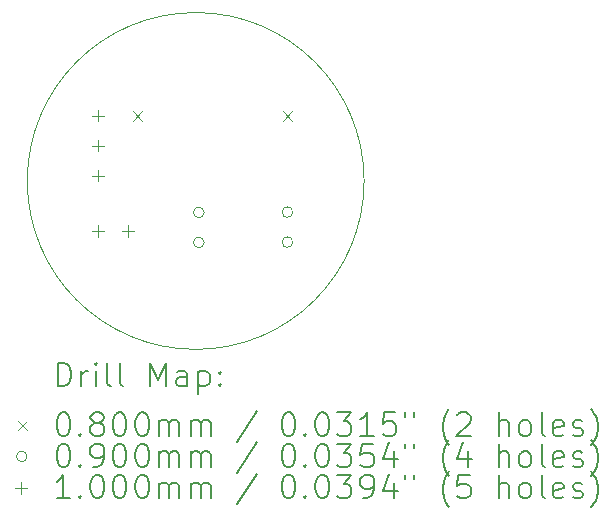
<source format=gbr>
%TF.GenerationSoftware,KiCad,Pcbnew,9.0.6-9.0.6~ubuntu24.04.1*%
%TF.CreationDate,2025-12-19T06:18:36+07:00*%
%TF.ProjectId,lamp,6c616d70-2e6b-4696-9361-645f70636258,rev?*%
%TF.SameCoordinates,Original*%
%TF.FileFunction,Drillmap*%
%TF.FilePolarity,Positive*%
%FSLAX45Y45*%
G04 Gerber Fmt 4.5, Leading zero omitted, Abs format (unit mm)*
G04 Created by KiCad (PCBNEW 9.0.6-9.0.6~ubuntu24.04.1) date 2025-12-19 06:18:36*
%MOMM*%
%LPD*%
G01*
G04 APERTURE LIST*
%ADD10C,0.050000*%
%ADD11C,0.200000*%
%ADD12C,0.100000*%
G04 APERTURE END LIST*
D10*
X14100000Y-10700000D02*
G75*
G02*
X11248282Y-10700000I-1425859J0D01*
G01*
X11248282Y-10700000D02*
G75*
G02*
X14100000Y-10700000I1425859J0D01*
G01*
D11*
D12*
X12140000Y-10110000D02*
X12220000Y-10190000D01*
X12220000Y-10110000D02*
X12140000Y-10190000D01*
X13410000Y-10110000D02*
X13490000Y-10190000D01*
X13490000Y-10110000D02*
X13410000Y-10190000D01*
X12745000Y-10966250D02*
G75*
G02*
X12655000Y-10966250I-45000J0D01*
G01*
X12655000Y-10966250D02*
G75*
G02*
X12745000Y-10966250I45000J0D01*
G01*
X12745000Y-11220250D02*
G75*
G02*
X12655000Y-11220250I-45000J0D01*
G01*
X12655000Y-11220250D02*
G75*
G02*
X12745000Y-11220250I45000J0D01*
G01*
X13495000Y-10963750D02*
G75*
G02*
X13405000Y-10963750I-45000J0D01*
G01*
X13405000Y-10963750D02*
G75*
G02*
X13495000Y-10963750I45000J0D01*
G01*
X13495000Y-11217750D02*
G75*
G02*
X13405000Y-11217750I-45000J0D01*
G01*
X13405000Y-11217750D02*
G75*
G02*
X13495000Y-11217750I45000J0D01*
G01*
X11850000Y-10096000D02*
X11850000Y-10196000D01*
X11800000Y-10146000D02*
X11900000Y-10146000D01*
X11850000Y-10350000D02*
X11850000Y-10450000D01*
X11800000Y-10400000D02*
X11900000Y-10400000D01*
X11850000Y-10604000D02*
X11850000Y-10704000D01*
X11800000Y-10654000D02*
X11900000Y-10654000D01*
X11850000Y-11072500D02*
X11850000Y-11172500D01*
X11800000Y-11122500D02*
X11900000Y-11122500D01*
X12104000Y-11072500D02*
X12104000Y-11172500D01*
X12054000Y-11122500D02*
X12154000Y-11122500D01*
D11*
X11506559Y-12439843D02*
X11506559Y-12239843D01*
X11506559Y-12239843D02*
X11554178Y-12239843D01*
X11554178Y-12239843D02*
X11582750Y-12249366D01*
X11582750Y-12249366D02*
X11601797Y-12268414D01*
X11601797Y-12268414D02*
X11611321Y-12287462D01*
X11611321Y-12287462D02*
X11620845Y-12325557D01*
X11620845Y-12325557D02*
X11620845Y-12354128D01*
X11620845Y-12354128D02*
X11611321Y-12392223D01*
X11611321Y-12392223D02*
X11601797Y-12411271D01*
X11601797Y-12411271D02*
X11582750Y-12430319D01*
X11582750Y-12430319D02*
X11554178Y-12439843D01*
X11554178Y-12439843D02*
X11506559Y-12439843D01*
X11706559Y-12439843D02*
X11706559Y-12306509D01*
X11706559Y-12344604D02*
X11716083Y-12325557D01*
X11716083Y-12325557D02*
X11725607Y-12316033D01*
X11725607Y-12316033D02*
X11744654Y-12306509D01*
X11744654Y-12306509D02*
X11763702Y-12306509D01*
X11830369Y-12439843D02*
X11830369Y-12306509D01*
X11830369Y-12239843D02*
X11820845Y-12249366D01*
X11820845Y-12249366D02*
X11830369Y-12258890D01*
X11830369Y-12258890D02*
X11839892Y-12249366D01*
X11839892Y-12249366D02*
X11830369Y-12239843D01*
X11830369Y-12239843D02*
X11830369Y-12258890D01*
X11954178Y-12439843D02*
X11935131Y-12430319D01*
X11935131Y-12430319D02*
X11925607Y-12411271D01*
X11925607Y-12411271D02*
X11925607Y-12239843D01*
X12058940Y-12439843D02*
X12039892Y-12430319D01*
X12039892Y-12430319D02*
X12030369Y-12411271D01*
X12030369Y-12411271D02*
X12030369Y-12239843D01*
X12287512Y-12439843D02*
X12287512Y-12239843D01*
X12287512Y-12239843D02*
X12354178Y-12382700D01*
X12354178Y-12382700D02*
X12420845Y-12239843D01*
X12420845Y-12239843D02*
X12420845Y-12439843D01*
X12601797Y-12439843D02*
X12601797Y-12335081D01*
X12601797Y-12335081D02*
X12592273Y-12316033D01*
X12592273Y-12316033D02*
X12573226Y-12306509D01*
X12573226Y-12306509D02*
X12535131Y-12306509D01*
X12535131Y-12306509D02*
X12516083Y-12316033D01*
X12601797Y-12430319D02*
X12582750Y-12439843D01*
X12582750Y-12439843D02*
X12535131Y-12439843D01*
X12535131Y-12439843D02*
X12516083Y-12430319D01*
X12516083Y-12430319D02*
X12506559Y-12411271D01*
X12506559Y-12411271D02*
X12506559Y-12392223D01*
X12506559Y-12392223D02*
X12516083Y-12373176D01*
X12516083Y-12373176D02*
X12535131Y-12363652D01*
X12535131Y-12363652D02*
X12582750Y-12363652D01*
X12582750Y-12363652D02*
X12601797Y-12354128D01*
X12697035Y-12306509D02*
X12697035Y-12506509D01*
X12697035Y-12316033D02*
X12716083Y-12306509D01*
X12716083Y-12306509D02*
X12754178Y-12306509D01*
X12754178Y-12306509D02*
X12773226Y-12316033D01*
X12773226Y-12316033D02*
X12782750Y-12325557D01*
X12782750Y-12325557D02*
X12792273Y-12344604D01*
X12792273Y-12344604D02*
X12792273Y-12401747D01*
X12792273Y-12401747D02*
X12782750Y-12420795D01*
X12782750Y-12420795D02*
X12773226Y-12430319D01*
X12773226Y-12430319D02*
X12754178Y-12439843D01*
X12754178Y-12439843D02*
X12716083Y-12439843D01*
X12716083Y-12439843D02*
X12697035Y-12430319D01*
X12877988Y-12420795D02*
X12887512Y-12430319D01*
X12887512Y-12430319D02*
X12877988Y-12439843D01*
X12877988Y-12439843D02*
X12868464Y-12430319D01*
X12868464Y-12430319D02*
X12877988Y-12420795D01*
X12877988Y-12420795D02*
X12877988Y-12439843D01*
X12877988Y-12316033D02*
X12887512Y-12325557D01*
X12887512Y-12325557D02*
X12877988Y-12335081D01*
X12877988Y-12335081D02*
X12868464Y-12325557D01*
X12868464Y-12325557D02*
X12877988Y-12316033D01*
X12877988Y-12316033D02*
X12877988Y-12335081D01*
D12*
X11165782Y-12728359D02*
X11245782Y-12808359D01*
X11245782Y-12728359D02*
X11165782Y-12808359D01*
D11*
X11544654Y-12659843D02*
X11563702Y-12659843D01*
X11563702Y-12659843D02*
X11582750Y-12669366D01*
X11582750Y-12669366D02*
X11592273Y-12678890D01*
X11592273Y-12678890D02*
X11601797Y-12697938D01*
X11601797Y-12697938D02*
X11611321Y-12736033D01*
X11611321Y-12736033D02*
X11611321Y-12783652D01*
X11611321Y-12783652D02*
X11601797Y-12821747D01*
X11601797Y-12821747D02*
X11592273Y-12840795D01*
X11592273Y-12840795D02*
X11582750Y-12850319D01*
X11582750Y-12850319D02*
X11563702Y-12859843D01*
X11563702Y-12859843D02*
X11544654Y-12859843D01*
X11544654Y-12859843D02*
X11525607Y-12850319D01*
X11525607Y-12850319D02*
X11516083Y-12840795D01*
X11516083Y-12840795D02*
X11506559Y-12821747D01*
X11506559Y-12821747D02*
X11497035Y-12783652D01*
X11497035Y-12783652D02*
X11497035Y-12736033D01*
X11497035Y-12736033D02*
X11506559Y-12697938D01*
X11506559Y-12697938D02*
X11516083Y-12678890D01*
X11516083Y-12678890D02*
X11525607Y-12669366D01*
X11525607Y-12669366D02*
X11544654Y-12659843D01*
X11697035Y-12840795D02*
X11706559Y-12850319D01*
X11706559Y-12850319D02*
X11697035Y-12859843D01*
X11697035Y-12859843D02*
X11687512Y-12850319D01*
X11687512Y-12850319D02*
X11697035Y-12840795D01*
X11697035Y-12840795D02*
X11697035Y-12859843D01*
X11820845Y-12745557D02*
X11801797Y-12736033D01*
X11801797Y-12736033D02*
X11792273Y-12726509D01*
X11792273Y-12726509D02*
X11782750Y-12707462D01*
X11782750Y-12707462D02*
X11782750Y-12697938D01*
X11782750Y-12697938D02*
X11792273Y-12678890D01*
X11792273Y-12678890D02*
X11801797Y-12669366D01*
X11801797Y-12669366D02*
X11820845Y-12659843D01*
X11820845Y-12659843D02*
X11858940Y-12659843D01*
X11858940Y-12659843D02*
X11877988Y-12669366D01*
X11877988Y-12669366D02*
X11887512Y-12678890D01*
X11887512Y-12678890D02*
X11897035Y-12697938D01*
X11897035Y-12697938D02*
X11897035Y-12707462D01*
X11897035Y-12707462D02*
X11887512Y-12726509D01*
X11887512Y-12726509D02*
X11877988Y-12736033D01*
X11877988Y-12736033D02*
X11858940Y-12745557D01*
X11858940Y-12745557D02*
X11820845Y-12745557D01*
X11820845Y-12745557D02*
X11801797Y-12755081D01*
X11801797Y-12755081D02*
X11792273Y-12764604D01*
X11792273Y-12764604D02*
X11782750Y-12783652D01*
X11782750Y-12783652D02*
X11782750Y-12821747D01*
X11782750Y-12821747D02*
X11792273Y-12840795D01*
X11792273Y-12840795D02*
X11801797Y-12850319D01*
X11801797Y-12850319D02*
X11820845Y-12859843D01*
X11820845Y-12859843D02*
X11858940Y-12859843D01*
X11858940Y-12859843D02*
X11877988Y-12850319D01*
X11877988Y-12850319D02*
X11887512Y-12840795D01*
X11887512Y-12840795D02*
X11897035Y-12821747D01*
X11897035Y-12821747D02*
X11897035Y-12783652D01*
X11897035Y-12783652D02*
X11887512Y-12764604D01*
X11887512Y-12764604D02*
X11877988Y-12755081D01*
X11877988Y-12755081D02*
X11858940Y-12745557D01*
X12020845Y-12659843D02*
X12039893Y-12659843D01*
X12039893Y-12659843D02*
X12058940Y-12669366D01*
X12058940Y-12669366D02*
X12068464Y-12678890D01*
X12068464Y-12678890D02*
X12077988Y-12697938D01*
X12077988Y-12697938D02*
X12087512Y-12736033D01*
X12087512Y-12736033D02*
X12087512Y-12783652D01*
X12087512Y-12783652D02*
X12077988Y-12821747D01*
X12077988Y-12821747D02*
X12068464Y-12840795D01*
X12068464Y-12840795D02*
X12058940Y-12850319D01*
X12058940Y-12850319D02*
X12039893Y-12859843D01*
X12039893Y-12859843D02*
X12020845Y-12859843D01*
X12020845Y-12859843D02*
X12001797Y-12850319D01*
X12001797Y-12850319D02*
X11992273Y-12840795D01*
X11992273Y-12840795D02*
X11982750Y-12821747D01*
X11982750Y-12821747D02*
X11973226Y-12783652D01*
X11973226Y-12783652D02*
X11973226Y-12736033D01*
X11973226Y-12736033D02*
X11982750Y-12697938D01*
X11982750Y-12697938D02*
X11992273Y-12678890D01*
X11992273Y-12678890D02*
X12001797Y-12669366D01*
X12001797Y-12669366D02*
X12020845Y-12659843D01*
X12211321Y-12659843D02*
X12230369Y-12659843D01*
X12230369Y-12659843D02*
X12249416Y-12669366D01*
X12249416Y-12669366D02*
X12258940Y-12678890D01*
X12258940Y-12678890D02*
X12268464Y-12697938D01*
X12268464Y-12697938D02*
X12277988Y-12736033D01*
X12277988Y-12736033D02*
X12277988Y-12783652D01*
X12277988Y-12783652D02*
X12268464Y-12821747D01*
X12268464Y-12821747D02*
X12258940Y-12840795D01*
X12258940Y-12840795D02*
X12249416Y-12850319D01*
X12249416Y-12850319D02*
X12230369Y-12859843D01*
X12230369Y-12859843D02*
X12211321Y-12859843D01*
X12211321Y-12859843D02*
X12192273Y-12850319D01*
X12192273Y-12850319D02*
X12182750Y-12840795D01*
X12182750Y-12840795D02*
X12173226Y-12821747D01*
X12173226Y-12821747D02*
X12163702Y-12783652D01*
X12163702Y-12783652D02*
X12163702Y-12736033D01*
X12163702Y-12736033D02*
X12173226Y-12697938D01*
X12173226Y-12697938D02*
X12182750Y-12678890D01*
X12182750Y-12678890D02*
X12192273Y-12669366D01*
X12192273Y-12669366D02*
X12211321Y-12659843D01*
X12363702Y-12859843D02*
X12363702Y-12726509D01*
X12363702Y-12745557D02*
X12373226Y-12736033D01*
X12373226Y-12736033D02*
X12392273Y-12726509D01*
X12392273Y-12726509D02*
X12420845Y-12726509D01*
X12420845Y-12726509D02*
X12439893Y-12736033D01*
X12439893Y-12736033D02*
X12449416Y-12755081D01*
X12449416Y-12755081D02*
X12449416Y-12859843D01*
X12449416Y-12755081D02*
X12458940Y-12736033D01*
X12458940Y-12736033D02*
X12477988Y-12726509D01*
X12477988Y-12726509D02*
X12506559Y-12726509D01*
X12506559Y-12726509D02*
X12525607Y-12736033D01*
X12525607Y-12736033D02*
X12535131Y-12755081D01*
X12535131Y-12755081D02*
X12535131Y-12859843D01*
X12630369Y-12859843D02*
X12630369Y-12726509D01*
X12630369Y-12745557D02*
X12639893Y-12736033D01*
X12639893Y-12736033D02*
X12658940Y-12726509D01*
X12658940Y-12726509D02*
X12687512Y-12726509D01*
X12687512Y-12726509D02*
X12706559Y-12736033D01*
X12706559Y-12736033D02*
X12716083Y-12755081D01*
X12716083Y-12755081D02*
X12716083Y-12859843D01*
X12716083Y-12755081D02*
X12725607Y-12736033D01*
X12725607Y-12736033D02*
X12744654Y-12726509D01*
X12744654Y-12726509D02*
X12773226Y-12726509D01*
X12773226Y-12726509D02*
X12792274Y-12736033D01*
X12792274Y-12736033D02*
X12801797Y-12755081D01*
X12801797Y-12755081D02*
X12801797Y-12859843D01*
X13192274Y-12650319D02*
X13020845Y-12907462D01*
X13449416Y-12659843D02*
X13468464Y-12659843D01*
X13468464Y-12659843D02*
X13487512Y-12669366D01*
X13487512Y-12669366D02*
X13497036Y-12678890D01*
X13497036Y-12678890D02*
X13506559Y-12697938D01*
X13506559Y-12697938D02*
X13516083Y-12736033D01*
X13516083Y-12736033D02*
X13516083Y-12783652D01*
X13516083Y-12783652D02*
X13506559Y-12821747D01*
X13506559Y-12821747D02*
X13497036Y-12840795D01*
X13497036Y-12840795D02*
X13487512Y-12850319D01*
X13487512Y-12850319D02*
X13468464Y-12859843D01*
X13468464Y-12859843D02*
X13449416Y-12859843D01*
X13449416Y-12859843D02*
X13430369Y-12850319D01*
X13430369Y-12850319D02*
X13420845Y-12840795D01*
X13420845Y-12840795D02*
X13411321Y-12821747D01*
X13411321Y-12821747D02*
X13401797Y-12783652D01*
X13401797Y-12783652D02*
X13401797Y-12736033D01*
X13401797Y-12736033D02*
X13411321Y-12697938D01*
X13411321Y-12697938D02*
X13420845Y-12678890D01*
X13420845Y-12678890D02*
X13430369Y-12669366D01*
X13430369Y-12669366D02*
X13449416Y-12659843D01*
X13601797Y-12840795D02*
X13611321Y-12850319D01*
X13611321Y-12850319D02*
X13601797Y-12859843D01*
X13601797Y-12859843D02*
X13592274Y-12850319D01*
X13592274Y-12850319D02*
X13601797Y-12840795D01*
X13601797Y-12840795D02*
X13601797Y-12859843D01*
X13735131Y-12659843D02*
X13754178Y-12659843D01*
X13754178Y-12659843D02*
X13773226Y-12669366D01*
X13773226Y-12669366D02*
X13782750Y-12678890D01*
X13782750Y-12678890D02*
X13792274Y-12697938D01*
X13792274Y-12697938D02*
X13801797Y-12736033D01*
X13801797Y-12736033D02*
X13801797Y-12783652D01*
X13801797Y-12783652D02*
X13792274Y-12821747D01*
X13792274Y-12821747D02*
X13782750Y-12840795D01*
X13782750Y-12840795D02*
X13773226Y-12850319D01*
X13773226Y-12850319D02*
X13754178Y-12859843D01*
X13754178Y-12859843D02*
X13735131Y-12859843D01*
X13735131Y-12859843D02*
X13716083Y-12850319D01*
X13716083Y-12850319D02*
X13706559Y-12840795D01*
X13706559Y-12840795D02*
X13697036Y-12821747D01*
X13697036Y-12821747D02*
X13687512Y-12783652D01*
X13687512Y-12783652D02*
X13687512Y-12736033D01*
X13687512Y-12736033D02*
X13697036Y-12697938D01*
X13697036Y-12697938D02*
X13706559Y-12678890D01*
X13706559Y-12678890D02*
X13716083Y-12669366D01*
X13716083Y-12669366D02*
X13735131Y-12659843D01*
X13868464Y-12659843D02*
X13992274Y-12659843D01*
X13992274Y-12659843D02*
X13925607Y-12736033D01*
X13925607Y-12736033D02*
X13954178Y-12736033D01*
X13954178Y-12736033D02*
X13973226Y-12745557D01*
X13973226Y-12745557D02*
X13982750Y-12755081D01*
X13982750Y-12755081D02*
X13992274Y-12774128D01*
X13992274Y-12774128D02*
X13992274Y-12821747D01*
X13992274Y-12821747D02*
X13982750Y-12840795D01*
X13982750Y-12840795D02*
X13973226Y-12850319D01*
X13973226Y-12850319D02*
X13954178Y-12859843D01*
X13954178Y-12859843D02*
X13897036Y-12859843D01*
X13897036Y-12859843D02*
X13877988Y-12850319D01*
X13877988Y-12850319D02*
X13868464Y-12840795D01*
X14182750Y-12859843D02*
X14068464Y-12859843D01*
X14125607Y-12859843D02*
X14125607Y-12659843D01*
X14125607Y-12659843D02*
X14106559Y-12688414D01*
X14106559Y-12688414D02*
X14087512Y-12707462D01*
X14087512Y-12707462D02*
X14068464Y-12716985D01*
X14363702Y-12659843D02*
X14268464Y-12659843D01*
X14268464Y-12659843D02*
X14258940Y-12755081D01*
X14258940Y-12755081D02*
X14268464Y-12745557D01*
X14268464Y-12745557D02*
X14287512Y-12736033D01*
X14287512Y-12736033D02*
X14335131Y-12736033D01*
X14335131Y-12736033D02*
X14354178Y-12745557D01*
X14354178Y-12745557D02*
X14363702Y-12755081D01*
X14363702Y-12755081D02*
X14373226Y-12774128D01*
X14373226Y-12774128D02*
X14373226Y-12821747D01*
X14373226Y-12821747D02*
X14363702Y-12840795D01*
X14363702Y-12840795D02*
X14354178Y-12850319D01*
X14354178Y-12850319D02*
X14335131Y-12859843D01*
X14335131Y-12859843D02*
X14287512Y-12859843D01*
X14287512Y-12859843D02*
X14268464Y-12850319D01*
X14268464Y-12850319D02*
X14258940Y-12840795D01*
X14449417Y-12659843D02*
X14449417Y-12697938D01*
X14525607Y-12659843D02*
X14525607Y-12697938D01*
X14820845Y-12936033D02*
X14811321Y-12926509D01*
X14811321Y-12926509D02*
X14792274Y-12897938D01*
X14792274Y-12897938D02*
X14782750Y-12878890D01*
X14782750Y-12878890D02*
X14773226Y-12850319D01*
X14773226Y-12850319D02*
X14763702Y-12802700D01*
X14763702Y-12802700D02*
X14763702Y-12764604D01*
X14763702Y-12764604D02*
X14773226Y-12716985D01*
X14773226Y-12716985D02*
X14782750Y-12688414D01*
X14782750Y-12688414D02*
X14792274Y-12669366D01*
X14792274Y-12669366D02*
X14811321Y-12640795D01*
X14811321Y-12640795D02*
X14820845Y-12631271D01*
X14887512Y-12678890D02*
X14897036Y-12669366D01*
X14897036Y-12669366D02*
X14916083Y-12659843D01*
X14916083Y-12659843D02*
X14963702Y-12659843D01*
X14963702Y-12659843D02*
X14982750Y-12669366D01*
X14982750Y-12669366D02*
X14992274Y-12678890D01*
X14992274Y-12678890D02*
X15001798Y-12697938D01*
X15001798Y-12697938D02*
X15001798Y-12716985D01*
X15001798Y-12716985D02*
X14992274Y-12745557D01*
X14992274Y-12745557D02*
X14877988Y-12859843D01*
X14877988Y-12859843D02*
X15001798Y-12859843D01*
X15239893Y-12859843D02*
X15239893Y-12659843D01*
X15325607Y-12859843D02*
X15325607Y-12755081D01*
X15325607Y-12755081D02*
X15316083Y-12736033D01*
X15316083Y-12736033D02*
X15297036Y-12726509D01*
X15297036Y-12726509D02*
X15268464Y-12726509D01*
X15268464Y-12726509D02*
X15249417Y-12736033D01*
X15249417Y-12736033D02*
X15239893Y-12745557D01*
X15449417Y-12859843D02*
X15430369Y-12850319D01*
X15430369Y-12850319D02*
X15420845Y-12840795D01*
X15420845Y-12840795D02*
X15411321Y-12821747D01*
X15411321Y-12821747D02*
X15411321Y-12764604D01*
X15411321Y-12764604D02*
X15420845Y-12745557D01*
X15420845Y-12745557D02*
X15430369Y-12736033D01*
X15430369Y-12736033D02*
X15449417Y-12726509D01*
X15449417Y-12726509D02*
X15477988Y-12726509D01*
X15477988Y-12726509D02*
X15497036Y-12736033D01*
X15497036Y-12736033D02*
X15506560Y-12745557D01*
X15506560Y-12745557D02*
X15516083Y-12764604D01*
X15516083Y-12764604D02*
X15516083Y-12821747D01*
X15516083Y-12821747D02*
X15506560Y-12840795D01*
X15506560Y-12840795D02*
X15497036Y-12850319D01*
X15497036Y-12850319D02*
X15477988Y-12859843D01*
X15477988Y-12859843D02*
X15449417Y-12859843D01*
X15630369Y-12859843D02*
X15611321Y-12850319D01*
X15611321Y-12850319D02*
X15601798Y-12831271D01*
X15601798Y-12831271D02*
X15601798Y-12659843D01*
X15782750Y-12850319D02*
X15763702Y-12859843D01*
X15763702Y-12859843D02*
X15725607Y-12859843D01*
X15725607Y-12859843D02*
X15706560Y-12850319D01*
X15706560Y-12850319D02*
X15697036Y-12831271D01*
X15697036Y-12831271D02*
X15697036Y-12755081D01*
X15697036Y-12755081D02*
X15706560Y-12736033D01*
X15706560Y-12736033D02*
X15725607Y-12726509D01*
X15725607Y-12726509D02*
X15763702Y-12726509D01*
X15763702Y-12726509D02*
X15782750Y-12736033D01*
X15782750Y-12736033D02*
X15792274Y-12755081D01*
X15792274Y-12755081D02*
X15792274Y-12774128D01*
X15792274Y-12774128D02*
X15697036Y-12793176D01*
X15868464Y-12850319D02*
X15887512Y-12859843D01*
X15887512Y-12859843D02*
X15925607Y-12859843D01*
X15925607Y-12859843D02*
X15944655Y-12850319D01*
X15944655Y-12850319D02*
X15954179Y-12831271D01*
X15954179Y-12831271D02*
X15954179Y-12821747D01*
X15954179Y-12821747D02*
X15944655Y-12802700D01*
X15944655Y-12802700D02*
X15925607Y-12793176D01*
X15925607Y-12793176D02*
X15897036Y-12793176D01*
X15897036Y-12793176D02*
X15877988Y-12783652D01*
X15877988Y-12783652D02*
X15868464Y-12764604D01*
X15868464Y-12764604D02*
X15868464Y-12755081D01*
X15868464Y-12755081D02*
X15877988Y-12736033D01*
X15877988Y-12736033D02*
X15897036Y-12726509D01*
X15897036Y-12726509D02*
X15925607Y-12726509D01*
X15925607Y-12726509D02*
X15944655Y-12736033D01*
X16020845Y-12936033D02*
X16030369Y-12926509D01*
X16030369Y-12926509D02*
X16049417Y-12897938D01*
X16049417Y-12897938D02*
X16058941Y-12878890D01*
X16058941Y-12878890D02*
X16068464Y-12850319D01*
X16068464Y-12850319D02*
X16077988Y-12802700D01*
X16077988Y-12802700D02*
X16077988Y-12764604D01*
X16077988Y-12764604D02*
X16068464Y-12716985D01*
X16068464Y-12716985D02*
X16058941Y-12688414D01*
X16058941Y-12688414D02*
X16049417Y-12669366D01*
X16049417Y-12669366D02*
X16030369Y-12640795D01*
X16030369Y-12640795D02*
X16020845Y-12631271D01*
D12*
X11245782Y-13032359D02*
G75*
G02*
X11155782Y-13032359I-45000J0D01*
G01*
X11155782Y-13032359D02*
G75*
G02*
X11245782Y-13032359I45000J0D01*
G01*
D11*
X11544654Y-12923843D02*
X11563702Y-12923843D01*
X11563702Y-12923843D02*
X11582750Y-12933366D01*
X11582750Y-12933366D02*
X11592273Y-12942890D01*
X11592273Y-12942890D02*
X11601797Y-12961938D01*
X11601797Y-12961938D02*
X11611321Y-13000033D01*
X11611321Y-13000033D02*
X11611321Y-13047652D01*
X11611321Y-13047652D02*
X11601797Y-13085747D01*
X11601797Y-13085747D02*
X11592273Y-13104795D01*
X11592273Y-13104795D02*
X11582750Y-13114319D01*
X11582750Y-13114319D02*
X11563702Y-13123843D01*
X11563702Y-13123843D02*
X11544654Y-13123843D01*
X11544654Y-13123843D02*
X11525607Y-13114319D01*
X11525607Y-13114319D02*
X11516083Y-13104795D01*
X11516083Y-13104795D02*
X11506559Y-13085747D01*
X11506559Y-13085747D02*
X11497035Y-13047652D01*
X11497035Y-13047652D02*
X11497035Y-13000033D01*
X11497035Y-13000033D02*
X11506559Y-12961938D01*
X11506559Y-12961938D02*
X11516083Y-12942890D01*
X11516083Y-12942890D02*
X11525607Y-12933366D01*
X11525607Y-12933366D02*
X11544654Y-12923843D01*
X11697035Y-13104795D02*
X11706559Y-13114319D01*
X11706559Y-13114319D02*
X11697035Y-13123843D01*
X11697035Y-13123843D02*
X11687512Y-13114319D01*
X11687512Y-13114319D02*
X11697035Y-13104795D01*
X11697035Y-13104795D02*
X11697035Y-13123843D01*
X11801797Y-13123843D02*
X11839892Y-13123843D01*
X11839892Y-13123843D02*
X11858940Y-13114319D01*
X11858940Y-13114319D02*
X11868464Y-13104795D01*
X11868464Y-13104795D02*
X11887512Y-13076223D01*
X11887512Y-13076223D02*
X11897035Y-13038128D01*
X11897035Y-13038128D02*
X11897035Y-12961938D01*
X11897035Y-12961938D02*
X11887512Y-12942890D01*
X11887512Y-12942890D02*
X11877988Y-12933366D01*
X11877988Y-12933366D02*
X11858940Y-12923843D01*
X11858940Y-12923843D02*
X11820845Y-12923843D01*
X11820845Y-12923843D02*
X11801797Y-12933366D01*
X11801797Y-12933366D02*
X11792273Y-12942890D01*
X11792273Y-12942890D02*
X11782750Y-12961938D01*
X11782750Y-12961938D02*
X11782750Y-13009557D01*
X11782750Y-13009557D02*
X11792273Y-13028604D01*
X11792273Y-13028604D02*
X11801797Y-13038128D01*
X11801797Y-13038128D02*
X11820845Y-13047652D01*
X11820845Y-13047652D02*
X11858940Y-13047652D01*
X11858940Y-13047652D02*
X11877988Y-13038128D01*
X11877988Y-13038128D02*
X11887512Y-13028604D01*
X11887512Y-13028604D02*
X11897035Y-13009557D01*
X12020845Y-12923843D02*
X12039893Y-12923843D01*
X12039893Y-12923843D02*
X12058940Y-12933366D01*
X12058940Y-12933366D02*
X12068464Y-12942890D01*
X12068464Y-12942890D02*
X12077988Y-12961938D01*
X12077988Y-12961938D02*
X12087512Y-13000033D01*
X12087512Y-13000033D02*
X12087512Y-13047652D01*
X12087512Y-13047652D02*
X12077988Y-13085747D01*
X12077988Y-13085747D02*
X12068464Y-13104795D01*
X12068464Y-13104795D02*
X12058940Y-13114319D01*
X12058940Y-13114319D02*
X12039893Y-13123843D01*
X12039893Y-13123843D02*
X12020845Y-13123843D01*
X12020845Y-13123843D02*
X12001797Y-13114319D01*
X12001797Y-13114319D02*
X11992273Y-13104795D01*
X11992273Y-13104795D02*
X11982750Y-13085747D01*
X11982750Y-13085747D02*
X11973226Y-13047652D01*
X11973226Y-13047652D02*
X11973226Y-13000033D01*
X11973226Y-13000033D02*
X11982750Y-12961938D01*
X11982750Y-12961938D02*
X11992273Y-12942890D01*
X11992273Y-12942890D02*
X12001797Y-12933366D01*
X12001797Y-12933366D02*
X12020845Y-12923843D01*
X12211321Y-12923843D02*
X12230369Y-12923843D01*
X12230369Y-12923843D02*
X12249416Y-12933366D01*
X12249416Y-12933366D02*
X12258940Y-12942890D01*
X12258940Y-12942890D02*
X12268464Y-12961938D01*
X12268464Y-12961938D02*
X12277988Y-13000033D01*
X12277988Y-13000033D02*
X12277988Y-13047652D01*
X12277988Y-13047652D02*
X12268464Y-13085747D01*
X12268464Y-13085747D02*
X12258940Y-13104795D01*
X12258940Y-13104795D02*
X12249416Y-13114319D01*
X12249416Y-13114319D02*
X12230369Y-13123843D01*
X12230369Y-13123843D02*
X12211321Y-13123843D01*
X12211321Y-13123843D02*
X12192273Y-13114319D01*
X12192273Y-13114319D02*
X12182750Y-13104795D01*
X12182750Y-13104795D02*
X12173226Y-13085747D01*
X12173226Y-13085747D02*
X12163702Y-13047652D01*
X12163702Y-13047652D02*
X12163702Y-13000033D01*
X12163702Y-13000033D02*
X12173226Y-12961938D01*
X12173226Y-12961938D02*
X12182750Y-12942890D01*
X12182750Y-12942890D02*
X12192273Y-12933366D01*
X12192273Y-12933366D02*
X12211321Y-12923843D01*
X12363702Y-13123843D02*
X12363702Y-12990509D01*
X12363702Y-13009557D02*
X12373226Y-13000033D01*
X12373226Y-13000033D02*
X12392273Y-12990509D01*
X12392273Y-12990509D02*
X12420845Y-12990509D01*
X12420845Y-12990509D02*
X12439893Y-13000033D01*
X12439893Y-13000033D02*
X12449416Y-13019081D01*
X12449416Y-13019081D02*
X12449416Y-13123843D01*
X12449416Y-13019081D02*
X12458940Y-13000033D01*
X12458940Y-13000033D02*
X12477988Y-12990509D01*
X12477988Y-12990509D02*
X12506559Y-12990509D01*
X12506559Y-12990509D02*
X12525607Y-13000033D01*
X12525607Y-13000033D02*
X12535131Y-13019081D01*
X12535131Y-13019081D02*
X12535131Y-13123843D01*
X12630369Y-13123843D02*
X12630369Y-12990509D01*
X12630369Y-13009557D02*
X12639893Y-13000033D01*
X12639893Y-13000033D02*
X12658940Y-12990509D01*
X12658940Y-12990509D02*
X12687512Y-12990509D01*
X12687512Y-12990509D02*
X12706559Y-13000033D01*
X12706559Y-13000033D02*
X12716083Y-13019081D01*
X12716083Y-13019081D02*
X12716083Y-13123843D01*
X12716083Y-13019081D02*
X12725607Y-13000033D01*
X12725607Y-13000033D02*
X12744654Y-12990509D01*
X12744654Y-12990509D02*
X12773226Y-12990509D01*
X12773226Y-12990509D02*
X12792274Y-13000033D01*
X12792274Y-13000033D02*
X12801797Y-13019081D01*
X12801797Y-13019081D02*
X12801797Y-13123843D01*
X13192274Y-12914319D02*
X13020845Y-13171462D01*
X13449416Y-12923843D02*
X13468464Y-12923843D01*
X13468464Y-12923843D02*
X13487512Y-12933366D01*
X13487512Y-12933366D02*
X13497036Y-12942890D01*
X13497036Y-12942890D02*
X13506559Y-12961938D01*
X13506559Y-12961938D02*
X13516083Y-13000033D01*
X13516083Y-13000033D02*
X13516083Y-13047652D01*
X13516083Y-13047652D02*
X13506559Y-13085747D01*
X13506559Y-13085747D02*
X13497036Y-13104795D01*
X13497036Y-13104795D02*
X13487512Y-13114319D01*
X13487512Y-13114319D02*
X13468464Y-13123843D01*
X13468464Y-13123843D02*
X13449416Y-13123843D01*
X13449416Y-13123843D02*
X13430369Y-13114319D01*
X13430369Y-13114319D02*
X13420845Y-13104795D01*
X13420845Y-13104795D02*
X13411321Y-13085747D01*
X13411321Y-13085747D02*
X13401797Y-13047652D01*
X13401797Y-13047652D02*
X13401797Y-13000033D01*
X13401797Y-13000033D02*
X13411321Y-12961938D01*
X13411321Y-12961938D02*
X13420845Y-12942890D01*
X13420845Y-12942890D02*
X13430369Y-12933366D01*
X13430369Y-12933366D02*
X13449416Y-12923843D01*
X13601797Y-13104795D02*
X13611321Y-13114319D01*
X13611321Y-13114319D02*
X13601797Y-13123843D01*
X13601797Y-13123843D02*
X13592274Y-13114319D01*
X13592274Y-13114319D02*
X13601797Y-13104795D01*
X13601797Y-13104795D02*
X13601797Y-13123843D01*
X13735131Y-12923843D02*
X13754178Y-12923843D01*
X13754178Y-12923843D02*
X13773226Y-12933366D01*
X13773226Y-12933366D02*
X13782750Y-12942890D01*
X13782750Y-12942890D02*
X13792274Y-12961938D01*
X13792274Y-12961938D02*
X13801797Y-13000033D01*
X13801797Y-13000033D02*
X13801797Y-13047652D01*
X13801797Y-13047652D02*
X13792274Y-13085747D01*
X13792274Y-13085747D02*
X13782750Y-13104795D01*
X13782750Y-13104795D02*
X13773226Y-13114319D01*
X13773226Y-13114319D02*
X13754178Y-13123843D01*
X13754178Y-13123843D02*
X13735131Y-13123843D01*
X13735131Y-13123843D02*
X13716083Y-13114319D01*
X13716083Y-13114319D02*
X13706559Y-13104795D01*
X13706559Y-13104795D02*
X13697036Y-13085747D01*
X13697036Y-13085747D02*
X13687512Y-13047652D01*
X13687512Y-13047652D02*
X13687512Y-13000033D01*
X13687512Y-13000033D02*
X13697036Y-12961938D01*
X13697036Y-12961938D02*
X13706559Y-12942890D01*
X13706559Y-12942890D02*
X13716083Y-12933366D01*
X13716083Y-12933366D02*
X13735131Y-12923843D01*
X13868464Y-12923843D02*
X13992274Y-12923843D01*
X13992274Y-12923843D02*
X13925607Y-13000033D01*
X13925607Y-13000033D02*
X13954178Y-13000033D01*
X13954178Y-13000033D02*
X13973226Y-13009557D01*
X13973226Y-13009557D02*
X13982750Y-13019081D01*
X13982750Y-13019081D02*
X13992274Y-13038128D01*
X13992274Y-13038128D02*
X13992274Y-13085747D01*
X13992274Y-13085747D02*
X13982750Y-13104795D01*
X13982750Y-13104795D02*
X13973226Y-13114319D01*
X13973226Y-13114319D02*
X13954178Y-13123843D01*
X13954178Y-13123843D02*
X13897036Y-13123843D01*
X13897036Y-13123843D02*
X13877988Y-13114319D01*
X13877988Y-13114319D02*
X13868464Y-13104795D01*
X14173226Y-12923843D02*
X14077988Y-12923843D01*
X14077988Y-12923843D02*
X14068464Y-13019081D01*
X14068464Y-13019081D02*
X14077988Y-13009557D01*
X14077988Y-13009557D02*
X14097036Y-13000033D01*
X14097036Y-13000033D02*
X14144655Y-13000033D01*
X14144655Y-13000033D02*
X14163702Y-13009557D01*
X14163702Y-13009557D02*
X14173226Y-13019081D01*
X14173226Y-13019081D02*
X14182750Y-13038128D01*
X14182750Y-13038128D02*
X14182750Y-13085747D01*
X14182750Y-13085747D02*
X14173226Y-13104795D01*
X14173226Y-13104795D02*
X14163702Y-13114319D01*
X14163702Y-13114319D02*
X14144655Y-13123843D01*
X14144655Y-13123843D02*
X14097036Y-13123843D01*
X14097036Y-13123843D02*
X14077988Y-13114319D01*
X14077988Y-13114319D02*
X14068464Y-13104795D01*
X14354178Y-12990509D02*
X14354178Y-13123843D01*
X14306559Y-12914319D02*
X14258940Y-13057176D01*
X14258940Y-13057176D02*
X14382750Y-13057176D01*
X14449417Y-12923843D02*
X14449417Y-12961938D01*
X14525607Y-12923843D02*
X14525607Y-12961938D01*
X14820845Y-13200033D02*
X14811321Y-13190509D01*
X14811321Y-13190509D02*
X14792274Y-13161938D01*
X14792274Y-13161938D02*
X14782750Y-13142890D01*
X14782750Y-13142890D02*
X14773226Y-13114319D01*
X14773226Y-13114319D02*
X14763702Y-13066700D01*
X14763702Y-13066700D02*
X14763702Y-13028604D01*
X14763702Y-13028604D02*
X14773226Y-12980985D01*
X14773226Y-12980985D02*
X14782750Y-12952414D01*
X14782750Y-12952414D02*
X14792274Y-12933366D01*
X14792274Y-12933366D02*
X14811321Y-12904795D01*
X14811321Y-12904795D02*
X14820845Y-12895271D01*
X14982750Y-12990509D02*
X14982750Y-13123843D01*
X14935131Y-12914319D02*
X14887512Y-13057176D01*
X14887512Y-13057176D02*
X15011321Y-13057176D01*
X15239893Y-13123843D02*
X15239893Y-12923843D01*
X15325607Y-13123843D02*
X15325607Y-13019081D01*
X15325607Y-13019081D02*
X15316083Y-13000033D01*
X15316083Y-13000033D02*
X15297036Y-12990509D01*
X15297036Y-12990509D02*
X15268464Y-12990509D01*
X15268464Y-12990509D02*
X15249417Y-13000033D01*
X15249417Y-13000033D02*
X15239893Y-13009557D01*
X15449417Y-13123843D02*
X15430369Y-13114319D01*
X15430369Y-13114319D02*
X15420845Y-13104795D01*
X15420845Y-13104795D02*
X15411321Y-13085747D01*
X15411321Y-13085747D02*
X15411321Y-13028604D01*
X15411321Y-13028604D02*
X15420845Y-13009557D01*
X15420845Y-13009557D02*
X15430369Y-13000033D01*
X15430369Y-13000033D02*
X15449417Y-12990509D01*
X15449417Y-12990509D02*
X15477988Y-12990509D01*
X15477988Y-12990509D02*
X15497036Y-13000033D01*
X15497036Y-13000033D02*
X15506560Y-13009557D01*
X15506560Y-13009557D02*
X15516083Y-13028604D01*
X15516083Y-13028604D02*
X15516083Y-13085747D01*
X15516083Y-13085747D02*
X15506560Y-13104795D01*
X15506560Y-13104795D02*
X15497036Y-13114319D01*
X15497036Y-13114319D02*
X15477988Y-13123843D01*
X15477988Y-13123843D02*
X15449417Y-13123843D01*
X15630369Y-13123843D02*
X15611321Y-13114319D01*
X15611321Y-13114319D02*
X15601798Y-13095271D01*
X15601798Y-13095271D02*
X15601798Y-12923843D01*
X15782750Y-13114319D02*
X15763702Y-13123843D01*
X15763702Y-13123843D02*
X15725607Y-13123843D01*
X15725607Y-13123843D02*
X15706560Y-13114319D01*
X15706560Y-13114319D02*
X15697036Y-13095271D01*
X15697036Y-13095271D02*
X15697036Y-13019081D01*
X15697036Y-13019081D02*
X15706560Y-13000033D01*
X15706560Y-13000033D02*
X15725607Y-12990509D01*
X15725607Y-12990509D02*
X15763702Y-12990509D01*
X15763702Y-12990509D02*
X15782750Y-13000033D01*
X15782750Y-13000033D02*
X15792274Y-13019081D01*
X15792274Y-13019081D02*
X15792274Y-13038128D01*
X15792274Y-13038128D02*
X15697036Y-13057176D01*
X15868464Y-13114319D02*
X15887512Y-13123843D01*
X15887512Y-13123843D02*
X15925607Y-13123843D01*
X15925607Y-13123843D02*
X15944655Y-13114319D01*
X15944655Y-13114319D02*
X15954179Y-13095271D01*
X15954179Y-13095271D02*
X15954179Y-13085747D01*
X15954179Y-13085747D02*
X15944655Y-13066700D01*
X15944655Y-13066700D02*
X15925607Y-13057176D01*
X15925607Y-13057176D02*
X15897036Y-13057176D01*
X15897036Y-13057176D02*
X15877988Y-13047652D01*
X15877988Y-13047652D02*
X15868464Y-13028604D01*
X15868464Y-13028604D02*
X15868464Y-13019081D01*
X15868464Y-13019081D02*
X15877988Y-13000033D01*
X15877988Y-13000033D02*
X15897036Y-12990509D01*
X15897036Y-12990509D02*
X15925607Y-12990509D01*
X15925607Y-12990509D02*
X15944655Y-13000033D01*
X16020845Y-13200033D02*
X16030369Y-13190509D01*
X16030369Y-13190509D02*
X16049417Y-13161938D01*
X16049417Y-13161938D02*
X16058941Y-13142890D01*
X16058941Y-13142890D02*
X16068464Y-13114319D01*
X16068464Y-13114319D02*
X16077988Y-13066700D01*
X16077988Y-13066700D02*
X16077988Y-13028604D01*
X16077988Y-13028604D02*
X16068464Y-12980985D01*
X16068464Y-12980985D02*
X16058941Y-12952414D01*
X16058941Y-12952414D02*
X16049417Y-12933366D01*
X16049417Y-12933366D02*
X16030369Y-12904795D01*
X16030369Y-12904795D02*
X16020845Y-12895271D01*
D12*
X11195782Y-13246359D02*
X11195782Y-13346359D01*
X11145782Y-13296359D02*
X11245782Y-13296359D01*
D11*
X11611321Y-13387843D02*
X11497035Y-13387843D01*
X11554178Y-13387843D02*
X11554178Y-13187843D01*
X11554178Y-13187843D02*
X11535131Y-13216414D01*
X11535131Y-13216414D02*
X11516083Y-13235462D01*
X11516083Y-13235462D02*
X11497035Y-13244985D01*
X11697035Y-13368795D02*
X11706559Y-13378319D01*
X11706559Y-13378319D02*
X11697035Y-13387843D01*
X11697035Y-13387843D02*
X11687512Y-13378319D01*
X11687512Y-13378319D02*
X11697035Y-13368795D01*
X11697035Y-13368795D02*
X11697035Y-13387843D01*
X11830369Y-13187843D02*
X11849416Y-13187843D01*
X11849416Y-13187843D02*
X11868464Y-13197366D01*
X11868464Y-13197366D02*
X11877988Y-13206890D01*
X11877988Y-13206890D02*
X11887512Y-13225938D01*
X11887512Y-13225938D02*
X11897035Y-13264033D01*
X11897035Y-13264033D02*
X11897035Y-13311652D01*
X11897035Y-13311652D02*
X11887512Y-13349747D01*
X11887512Y-13349747D02*
X11877988Y-13368795D01*
X11877988Y-13368795D02*
X11868464Y-13378319D01*
X11868464Y-13378319D02*
X11849416Y-13387843D01*
X11849416Y-13387843D02*
X11830369Y-13387843D01*
X11830369Y-13387843D02*
X11811321Y-13378319D01*
X11811321Y-13378319D02*
X11801797Y-13368795D01*
X11801797Y-13368795D02*
X11792273Y-13349747D01*
X11792273Y-13349747D02*
X11782750Y-13311652D01*
X11782750Y-13311652D02*
X11782750Y-13264033D01*
X11782750Y-13264033D02*
X11792273Y-13225938D01*
X11792273Y-13225938D02*
X11801797Y-13206890D01*
X11801797Y-13206890D02*
X11811321Y-13197366D01*
X11811321Y-13197366D02*
X11830369Y-13187843D01*
X12020845Y-13187843D02*
X12039893Y-13187843D01*
X12039893Y-13187843D02*
X12058940Y-13197366D01*
X12058940Y-13197366D02*
X12068464Y-13206890D01*
X12068464Y-13206890D02*
X12077988Y-13225938D01*
X12077988Y-13225938D02*
X12087512Y-13264033D01*
X12087512Y-13264033D02*
X12087512Y-13311652D01*
X12087512Y-13311652D02*
X12077988Y-13349747D01*
X12077988Y-13349747D02*
X12068464Y-13368795D01*
X12068464Y-13368795D02*
X12058940Y-13378319D01*
X12058940Y-13378319D02*
X12039893Y-13387843D01*
X12039893Y-13387843D02*
X12020845Y-13387843D01*
X12020845Y-13387843D02*
X12001797Y-13378319D01*
X12001797Y-13378319D02*
X11992273Y-13368795D01*
X11992273Y-13368795D02*
X11982750Y-13349747D01*
X11982750Y-13349747D02*
X11973226Y-13311652D01*
X11973226Y-13311652D02*
X11973226Y-13264033D01*
X11973226Y-13264033D02*
X11982750Y-13225938D01*
X11982750Y-13225938D02*
X11992273Y-13206890D01*
X11992273Y-13206890D02*
X12001797Y-13197366D01*
X12001797Y-13197366D02*
X12020845Y-13187843D01*
X12211321Y-13187843D02*
X12230369Y-13187843D01*
X12230369Y-13187843D02*
X12249416Y-13197366D01*
X12249416Y-13197366D02*
X12258940Y-13206890D01*
X12258940Y-13206890D02*
X12268464Y-13225938D01*
X12268464Y-13225938D02*
X12277988Y-13264033D01*
X12277988Y-13264033D02*
X12277988Y-13311652D01*
X12277988Y-13311652D02*
X12268464Y-13349747D01*
X12268464Y-13349747D02*
X12258940Y-13368795D01*
X12258940Y-13368795D02*
X12249416Y-13378319D01*
X12249416Y-13378319D02*
X12230369Y-13387843D01*
X12230369Y-13387843D02*
X12211321Y-13387843D01*
X12211321Y-13387843D02*
X12192273Y-13378319D01*
X12192273Y-13378319D02*
X12182750Y-13368795D01*
X12182750Y-13368795D02*
X12173226Y-13349747D01*
X12173226Y-13349747D02*
X12163702Y-13311652D01*
X12163702Y-13311652D02*
X12163702Y-13264033D01*
X12163702Y-13264033D02*
X12173226Y-13225938D01*
X12173226Y-13225938D02*
X12182750Y-13206890D01*
X12182750Y-13206890D02*
X12192273Y-13197366D01*
X12192273Y-13197366D02*
X12211321Y-13187843D01*
X12363702Y-13387843D02*
X12363702Y-13254509D01*
X12363702Y-13273557D02*
X12373226Y-13264033D01*
X12373226Y-13264033D02*
X12392273Y-13254509D01*
X12392273Y-13254509D02*
X12420845Y-13254509D01*
X12420845Y-13254509D02*
X12439893Y-13264033D01*
X12439893Y-13264033D02*
X12449416Y-13283081D01*
X12449416Y-13283081D02*
X12449416Y-13387843D01*
X12449416Y-13283081D02*
X12458940Y-13264033D01*
X12458940Y-13264033D02*
X12477988Y-13254509D01*
X12477988Y-13254509D02*
X12506559Y-13254509D01*
X12506559Y-13254509D02*
X12525607Y-13264033D01*
X12525607Y-13264033D02*
X12535131Y-13283081D01*
X12535131Y-13283081D02*
X12535131Y-13387843D01*
X12630369Y-13387843D02*
X12630369Y-13254509D01*
X12630369Y-13273557D02*
X12639893Y-13264033D01*
X12639893Y-13264033D02*
X12658940Y-13254509D01*
X12658940Y-13254509D02*
X12687512Y-13254509D01*
X12687512Y-13254509D02*
X12706559Y-13264033D01*
X12706559Y-13264033D02*
X12716083Y-13283081D01*
X12716083Y-13283081D02*
X12716083Y-13387843D01*
X12716083Y-13283081D02*
X12725607Y-13264033D01*
X12725607Y-13264033D02*
X12744654Y-13254509D01*
X12744654Y-13254509D02*
X12773226Y-13254509D01*
X12773226Y-13254509D02*
X12792274Y-13264033D01*
X12792274Y-13264033D02*
X12801797Y-13283081D01*
X12801797Y-13283081D02*
X12801797Y-13387843D01*
X13192274Y-13178319D02*
X13020845Y-13435462D01*
X13449416Y-13187843D02*
X13468464Y-13187843D01*
X13468464Y-13187843D02*
X13487512Y-13197366D01*
X13487512Y-13197366D02*
X13497036Y-13206890D01*
X13497036Y-13206890D02*
X13506559Y-13225938D01*
X13506559Y-13225938D02*
X13516083Y-13264033D01*
X13516083Y-13264033D02*
X13516083Y-13311652D01*
X13516083Y-13311652D02*
X13506559Y-13349747D01*
X13506559Y-13349747D02*
X13497036Y-13368795D01*
X13497036Y-13368795D02*
X13487512Y-13378319D01*
X13487512Y-13378319D02*
X13468464Y-13387843D01*
X13468464Y-13387843D02*
X13449416Y-13387843D01*
X13449416Y-13387843D02*
X13430369Y-13378319D01*
X13430369Y-13378319D02*
X13420845Y-13368795D01*
X13420845Y-13368795D02*
X13411321Y-13349747D01*
X13411321Y-13349747D02*
X13401797Y-13311652D01*
X13401797Y-13311652D02*
X13401797Y-13264033D01*
X13401797Y-13264033D02*
X13411321Y-13225938D01*
X13411321Y-13225938D02*
X13420845Y-13206890D01*
X13420845Y-13206890D02*
X13430369Y-13197366D01*
X13430369Y-13197366D02*
X13449416Y-13187843D01*
X13601797Y-13368795D02*
X13611321Y-13378319D01*
X13611321Y-13378319D02*
X13601797Y-13387843D01*
X13601797Y-13387843D02*
X13592274Y-13378319D01*
X13592274Y-13378319D02*
X13601797Y-13368795D01*
X13601797Y-13368795D02*
X13601797Y-13387843D01*
X13735131Y-13187843D02*
X13754178Y-13187843D01*
X13754178Y-13187843D02*
X13773226Y-13197366D01*
X13773226Y-13197366D02*
X13782750Y-13206890D01*
X13782750Y-13206890D02*
X13792274Y-13225938D01*
X13792274Y-13225938D02*
X13801797Y-13264033D01*
X13801797Y-13264033D02*
X13801797Y-13311652D01*
X13801797Y-13311652D02*
X13792274Y-13349747D01*
X13792274Y-13349747D02*
X13782750Y-13368795D01*
X13782750Y-13368795D02*
X13773226Y-13378319D01*
X13773226Y-13378319D02*
X13754178Y-13387843D01*
X13754178Y-13387843D02*
X13735131Y-13387843D01*
X13735131Y-13387843D02*
X13716083Y-13378319D01*
X13716083Y-13378319D02*
X13706559Y-13368795D01*
X13706559Y-13368795D02*
X13697036Y-13349747D01*
X13697036Y-13349747D02*
X13687512Y-13311652D01*
X13687512Y-13311652D02*
X13687512Y-13264033D01*
X13687512Y-13264033D02*
X13697036Y-13225938D01*
X13697036Y-13225938D02*
X13706559Y-13206890D01*
X13706559Y-13206890D02*
X13716083Y-13197366D01*
X13716083Y-13197366D02*
X13735131Y-13187843D01*
X13868464Y-13187843D02*
X13992274Y-13187843D01*
X13992274Y-13187843D02*
X13925607Y-13264033D01*
X13925607Y-13264033D02*
X13954178Y-13264033D01*
X13954178Y-13264033D02*
X13973226Y-13273557D01*
X13973226Y-13273557D02*
X13982750Y-13283081D01*
X13982750Y-13283081D02*
X13992274Y-13302128D01*
X13992274Y-13302128D02*
X13992274Y-13349747D01*
X13992274Y-13349747D02*
X13982750Y-13368795D01*
X13982750Y-13368795D02*
X13973226Y-13378319D01*
X13973226Y-13378319D02*
X13954178Y-13387843D01*
X13954178Y-13387843D02*
X13897036Y-13387843D01*
X13897036Y-13387843D02*
X13877988Y-13378319D01*
X13877988Y-13378319D02*
X13868464Y-13368795D01*
X14087512Y-13387843D02*
X14125607Y-13387843D01*
X14125607Y-13387843D02*
X14144655Y-13378319D01*
X14144655Y-13378319D02*
X14154178Y-13368795D01*
X14154178Y-13368795D02*
X14173226Y-13340223D01*
X14173226Y-13340223D02*
X14182750Y-13302128D01*
X14182750Y-13302128D02*
X14182750Y-13225938D01*
X14182750Y-13225938D02*
X14173226Y-13206890D01*
X14173226Y-13206890D02*
X14163702Y-13197366D01*
X14163702Y-13197366D02*
X14144655Y-13187843D01*
X14144655Y-13187843D02*
X14106559Y-13187843D01*
X14106559Y-13187843D02*
X14087512Y-13197366D01*
X14087512Y-13197366D02*
X14077988Y-13206890D01*
X14077988Y-13206890D02*
X14068464Y-13225938D01*
X14068464Y-13225938D02*
X14068464Y-13273557D01*
X14068464Y-13273557D02*
X14077988Y-13292604D01*
X14077988Y-13292604D02*
X14087512Y-13302128D01*
X14087512Y-13302128D02*
X14106559Y-13311652D01*
X14106559Y-13311652D02*
X14144655Y-13311652D01*
X14144655Y-13311652D02*
X14163702Y-13302128D01*
X14163702Y-13302128D02*
X14173226Y-13292604D01*
X14173226Y-13292604D02*
X14182750Y-13273557D01*
X14354178Y-13254509D02*
X14354178Y-13387843D01*
X14306559Y-13178319D02*
X14258940Y-13321176D01*
X14258940Y-13321176D02*
X14382750Y-13321176D01*
X14449417Y-13187843D02*
X14449417Y-13225938D01*
X14525607Y-13187843D02*
X14525607Y-13225938D01*
X14820845Y-13464033D02*
X14811321Y-13454509D01*
X14811321Y-13454509D02*
X14792274Y-13425938D01*
X14792274Y-13425938D02*
X14782750Y-13406890D01*
X14782750Y-13406890D02*
X14773226Y-13378319D01*
X14773226Y-13378319D02*
X14763702Y-13330700D01*
X14763702Y-13330700D02*
X14763702Y-13292604D01*
X14763702Y-13292604D02*
X14773226Y-13244985D01*
X14773226Y-13244985D02*
X14782750Y-13216414D01*
X14782750Y-13216414D02*
X14792274Y-13197366D01*
X14792274Y-13197366D02*
X14811321Y-13168795D01*
X14811321Y-13168795D02*
X14820845Y-13159271D01*
X14992274Y-13187843D02*
X14897036Y-13187843D01*
X14897036Y-13187843D02*
X14887512Y-13283081D01*
X14887512Y-13283081D02*
X14897036Y-13273557D01*
X14897036Y-13273557D02*
X14916083Y-13264033D01*
X14916083Y-13264033D02*
X14963702Y-13264033D01*
X14963702Y-13264033D02*
X14982750Y-13273557D01*
X14982750Y-13273557D02*
X14992274Y-13283081D01*
X14992274Y-13283081D02*
X15001798Y-13302128D01*
X15001798Y-13302128D02*
X15001798Y-13349747D01*
X15001798Y-13349747D02*
X14992274Y-13368795D01*
X14992274Y-13368795D02*
X14982750Y-13378319D01*
X14982750Y-13378319D02*
X14963702Y-13387843D01*
X14963702Y-13387843D02*
X14916083Y-13387843D01*
X14916083Y-13387843D02*
X14897036Y-13378319D01*
X14897036Y-13378319D02*
X14887512Y-13368795D01*
X15239893Y-13387843D02*
X15239893Y-13187843D01*
X15325607Y-13387843D02*
X15325607Y-13283081D01*
X15325607Y-13283081D02*
X15316083Y-13264033D01*
X15316083Y-13264033D02*
X15297036Y-13254509D01*
X15297036Y-13254509D02*
X15268464Y-13254509D01*
X15268464Y-13254509D02*
X15249417Y-13264033D01*
X15249417Y-13264033D02*
X15239893Y-13273557D01*
X15449417Y-13387843D02*
X15430369Y-13378319D01*
X15430369Y-13378319D02*
X15420845Y-13368795D01*
X15420845Y-13368795D02*
X15411321Y-13349747D01*
X15411321Y-13349747D02*
X15411321Y-13292604D01*
X15411321Y-13292604D02*
X15420845Y-13273557D01*
X15420845Y-13273557D02*
X15430369Y-13264033D01*
X15430369Y-13264033D02*
X15449417Y-13254509D01*
X15449417Y-13254509D02*
X15477988Y-13254509D01*
X15477988Y-13254509D02*
X15497036Y-13264033D01*
X15497036Y-13264033D02*
X15506560Y-13273557D01*
X15506560Y-13273557D02*
X15516083Y-13292604D01*
X15516083Y-13292604D02*
X15516083Y-13349747D01*
X15516083Y-13349747D02*
X15506560Y-13368795D01*
X15506560Y-13368795D02*
X15497036Y-13378319D01*
X15497036Y-13378319D02*
X15477988Y-13387843D01*
X15477988Y-13387843D02*
X15449417Y-13387843D01*
X15630369Y-13387843D02*
X15611321Y-13378319D01*
X15611321Y-13378319D02*
X15601798Y-13359271D01*
X15601798Y-13359271D02*
X15601798Y-13187843D01*
X15782750Y-13378319D02*
X15763702Y-13387843D01*
X15763702Y-13387843D02*
X15725607Y-13387843D01*
X15725607Y-13387843D02*
X15706560Y-13378319D01*
X15706560Y-13378319D02*
X15697036Y-13359271D01*
X15697036Y-13359271D02*
X15697036Y-13283081D01*
X15697036Y-13283081D02*
X15706560Y-13264033D01*
X15706560Y-13264033D02*
X15725607Y-13254509D01*
X15725607Y-13254509D02*
X15763702Y-13254509D01*
X15763702Y-13254509D02*
X15782750Y-13264033D01*
X15782750Y-13264033D02*
X15792274Y-13283081D01*
X15792274Y-13283081D02*
X15792274Y-13302128D01*
X15792274Y-13302128D02*
X15697036Y-13321176D01*
X15868464Y-13378319D02*
X15887512Y-13387843D01*
X15887512Y-13387843D02*
X15925607Y-13387843D01*
X15925607Y-13387843D02*
X15944655Y-13378319D01*
X15944655Y-13378319D02*
X15954179Y-13359271D01*
X15954179Y-13359271D02*
X15954179Y-13349747D01*
X15954179Y-13349747D02*
X15944655Y-13330700D01*
X15944655Y-13330700D02*
X15925607Y-13321176D01*
X15925607Y-13321176D02*
X15897036Y-13321176D01*
X15897036Y-13321176D02*
X15877988Y-13311652D01*
X15877988Y-13311652D02*
X15868464Y-13292604D01*
X15868464Y-13292604D02*
X15868464Y-13283081D01*
X15868464Y-13283081D02*
X15877988Y-13264033D01*
X15877988Y-13264033D02*
X15897036Y-13254509D01*
X15897036Y-13254509D02*
X15925607Y-13254509D01*
X15925607Y-13254509D02*
X15944655Y-13264033D01*
X16020845Y-13464033D02*
X16030369Y-13454509D01*
X16030369Y-13454509D02*
X16049417Y-13425938D01*
X16049417Y-13425938D02*
X16058941Y-13406890D01*
X16058941Y-13406890D02*
X16068464Y-13378319D01*
X16068464Y-13378319D02*
X16077988Y-13330700D01*
X16077988Y-13330700D02*
X16077988Y-13292604D01*
X16077988Y-13292604D02*
X16068464Y-13244985D01*
X16068464Y-13244985D02*
X16058941Y-13216414D01*
X16058941Y-13216414D02*
X16049417Y-13197366D01*
X16049417Y-13197366D02*
X16030369Y-13168795D01*
X16030369Y-13168795D02*
X16020845Y-13159271D01*
M02*

</source>
